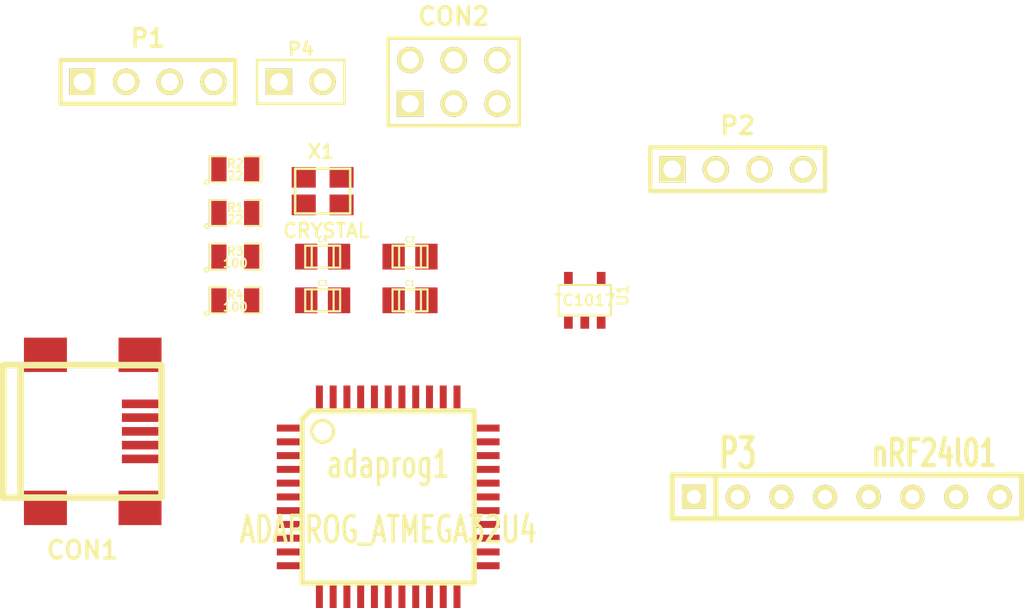
<source format=kicad_pcb>
(kicad_pcb (version 3) (host pcbnew "(2013-07-07 BZR 4022)-stable")

  (general
    (links 56)
    (no_connects 56)
    (area 0 0 0 0)
    (thickness 1.6)
    (drawings 0)
    (tracks 0)
    (zones 0)
    (modules 17)
    (nets 23)
  )

  (page A4)
  (title_block 
    (title Quad)
    (company DroneTek)
  )

  (layers
    (15 F.Cu signal)
    (0 B.Cu signal)
    (16 B.Adhes user)
    (17 F.Adhes user)
    (18 B.Paste user)
    (19 F.Paste user)
    (20 B.SilkS user)
    (21 F.SilkS user)
    (22 B.Mask user)
    (23 F.Mask user)
    (24 Dwgs.User user)
    (25 Cmts.User user)
    (26 Eco1.User user)
    (27 Eco2.User user)
    (28 Edge.Cuts user)
  )

  (setup
    (last_trace_width 0.254)
    (trace_clearance 0.254)
    (zone_clearance 0.508)
    (zone_45_only no)
    (trace_min 0.254)
    (segment_width 0.2)
    (edge_width 0.1)
    (via_size 0.889)
    (via_drill 0.635)
    (via_min_size 0.889)
    (via_min_drill 0.508)
    (uvia_size 0.508)
    (uvia_drill 0.127)
    (uvias_allowed no)
    (uvia_min_size 0.508)
    (uvia_min_drill 0.127)
    (pcb_text_width 0.3)
    (pcb_text_size 1.5 1.5)
    (mod_edge_width 0.15)
    (mod_text_size 1 1)
    (mod_text_width 0.15)
    (pad_size 1.5 1.5)
    (pad_drill 0.6)
    (pad_to_mask_clearance 0)
    (aux_axis_origin 0 0)
    (visible_elements FFFFFFBF)
    (pcbplotparams
      (layerselection 3178497)
      (usegerberextensions true)
      (excludeedgelayer true)
      (linewidth 0.150000)
      (plotframeref false)
      (viasonmask false)
      (mode 1)
      (useauxorigin false)
      (hpglpennumber 1)
      (hpglpenspeed 20)
      (hpglpendiameter 15)
      (hpglpenoverlay 2)
      (psnegative false)
      (psa4output false)
      (plotreference true)
      (plotvalue true)
      (plotothertext true)
      (plotinvisibletext false)
      (padsonsilk false)
      (subtractmaskfromsilk false)
      (outputformat 1)
      (mirror false)
      (drillshape 1)
      (scaleselection 1)
      (outputdirectory ""))
  )

  (net 0 "")
  (net 1 3V3)
  (net 2 GND)
  (net 3 N-0000026)
  (net 4 N-0000035)
  (net 5 N-0000036)
  (net 6 N-0000037)
  (net 7 N-0000038)
  (net 8 N-0000039)
  (net 9 N-0000040)
  (net 10 N-0000041)
  (net 11 N-0000042)
  (net 12 N-0000043)
  (net 13 N-0000044)
  (net 14 N-000009)
  (net 15 VCC)
  (net 16 ce)
  (net 17 csn)
  (net 18 irq)
  (net 19 miso)
  (net 20 mosi)
  (net 21 rst)
  (net 22 sck)

  (net_class Default "Dit is de standaard class."
    (clearance 0.254)
    (trace_width 0.254)
    (via_dia 0.889)
    (via_drill 0.635)
    (uvia_dia 0.508)
    (uvia_drill 0.127)
    (add_net "")
    (add_net 3V3)
    (add_net GND)
    (add_net N-0000026)
    (add_net N-0000035)
    (add_net N-0000036)
    (add_net N-0000037)
    (add_net N-0000038)
    (add_net N-0000039)
    (add_net N-0000040)
    (add_net N-0000041)
    (add_net N-0000042)
    (add_net N-0000043)
    (add_net N-0000044)
    (add_net N-000009)
    (add_net VCC)
    (add_net ce)
    (add_net csn)
    (add_net irq)
    (add_net miso)
    (add_net mosi)
    (add_net rst)
    (add_net sck)
  )

  (module USB_MINI_B (layer F.Cu) (tedit 505F99F2) (tstamp 536FFCA8)
    (at 127 111.76)
    (descr "USB Mini-B 5-pin SMD connector")
    (tags "USB, Mini-B, connector")
    (path /5341B04F)
    (fp_text reference CON1 (at 0 6.90118) (layer F.SilkS)
      (effects (font (size 1.016 1.016) (thickness 0.2032)))
    )
    (fp_text value USB-MINI-B (at 0 -7.0993) (layer F.SilkS) hide
      (effects (font (size 1.016 1.016) (thickness 0.2032)))
    )
    (fp_line (start -3.59918 -3.85064) (end -3.59918 3.85064) (layer F.SilkS) (width 0.381))
    (fp_line (start -4.59994 -3.85064) (end -4.59994 3.85064) (layer F.SilkS) (width 0.381))
    (fp_line (start -4.59994 3.85064) (end 4.59994 3.85064) (layer F.SilkS) (width 0.381))
    (fp_line (start 4.59994 3.85064) (end 4.59994 -3.85064) (layer F.SilkS) (width 0.381))
    (fp_line (start 4.59994 -3.85064) (end -4.59994 -3.85064) (layer F.SilkS) (width 0.381))
    (pad 1 smd rect (at 3.44932 -1.6002) (size 2.30124 0.50038)
      (layers F.Cu F.Paste F.Mask)
      (net 12 N-0000043)
    )
    (pad 2 smd rect (at 3.44932 -0.8001) (size 2.30124 0.50038)
      (layers F.Cu F.Paste F.Mask)
      (net 7 N-0000038)
    )
    (pad 3 smd rect (at 3.44932 0) (size 2.30124 0.50038)
      (layers F.Cu F.Paste F.Mask)
      (net 9 N-0000040)
    )
    (pad 4 smd rect (at 3.44932 0.8001) (size 2.30124 0.50038)
      (layers F.Cu F.Paste F.Mask)
    )
    (pad 5 smd rect (at 3.44932 1.6002) (size 2.30124 0.50038)
      (layers F.Cu F.Paste F.Mask)
      (net 2 GND)
    )
    (pad 6 smd rect (at 3.35026 -4.45008) (size 2.49936 1.99898)
      (layers F.Cu F.Paste F.Mask)
      (net 2 GND)
    )
    (pad 7 smd rect (at -2.14884 -4.45008) (size 2.49936 1.99898)
      (layers F.Cu F.Paste F.Mask)
      (net 2 GND)
    )
    (pad 8 smd rect (at 3.35026 4.45008) (size 2.49936 1.99898)
      (layers F.Cu F.Paste F.Mask)
      (net 2 GND)
    )
    (pad 9 smd rect (at -2.14884 4.45008) (size 2.49936 1.99898)
      (layers F.Cu F.Paste F.Mask)
      (net 2 GND)
    )
    (pad "" np_thru_hole circle (at 0.8509 -2.19964) (size 0.89916 0.89916) (drill 0.89916)
      (layers *.Cu *.Mask F.SilkS)
    )
    (pad 2 np_thru_hole circle (at 0.8509 2.19964) (size 0.89916 0.89916) (drill 0.89916)
      (layers *.Cu *.Mask F.SilkS)
      (net 7 N-0000038)
    )
  )

  (module TQFP44 (layer F.Cu) (tedit 200000) (tstamp 536FFCDE)
    (at 144.78 115.57)
    (path /5341B009)
    (attr smd)
    (fp_text reference adaprog1 (at 0 -1.905) (layer F.SilkS)
      (effects (font (size 1.524 1.016) (thickness 0.2032)))
    )
    (fp_text value ADAPROG_ATMEGA32U4 (at 0 1.905) (layer F.SilkS)
      (effects (font (size 1.524 1.016) (thickness 0.2032)))
    )
    (fp_line (start 5.0038 -5.0038) (end 5.0038 5.0038) (layer F.SilkS) (width 0.3048))
    (fp_line (start 5.0038 5.0038) (end -5.0038 5.0038) (layer F.SilkS) (width 0.3048))
    (fp_line (start -5.0038 -4.5212) (end -5.0038 5.0038) (layer F.SilkS) (width 0.3048))
    (fp_line (start -4.5212 -5.0038) (end 5.0038 -5.0038) (layer F.SilkS) (width 0.3048))
    (fp_line (start -5.0038 -4.5212) (end -4.5212 -5.0038) (layer F.SilkS) (width 0.3048))
    (fp_circle (center -3.81 -3.81) (end -3.81 -3.175) (layer F.SilkS) (width 0.2032))
    (pad 39 smd rect (at 0 -5.715) (size 0.4064 1.524)
      (layers F.Cu F.Paste F.Mask)
    )
    (pad 40 smd rect (at -0.8001 -5.715) (size 0.4064 1.524)
      (layers F.Cu F.Paste F.Mask)
    )
    (pad 41 smd rect (at -1.6002 -5.715) (size 0.4064 1.524)
      (layers F.Cu F.Paste F.Mask)
    )
    (pad 42 smd rect (at -2.4003 -5.715) (size 0.4064 1.524)
      (layers F.Cu F.Paste F.Mask)
    )
    (pad 43 smd rect (at -3.2004 -5.715) (size 0.4064 1.524)
      (layers F.Cu F.Paste F.Mask)
      (net 2 GND)
    )
    (pad 44 smd rect (at -4.0005 -5.715) (size 0.4064 1.524)
      (layers F.Cu F.Paste F.Mask)
      (net 15 VCC)
    )
    (pad 38 smd rect (at 0.8001 -5.715) (size 0.4064 1.524)
      (layers F.Cu F.Paste F.Mask)
    )
    (pad 37 smd rect (at 1.6002 -5.715) (size 0.4064 1.524)
      (layers F.Cu F.Paste F.Mask)
    )
    (pad 36 smd rect (at 2.4003 -5.715) (size 0.4064 1.524)
      (layers F.Cu F.Paste F.Mask)
    )
    (pad 35 smd rect (at 3.2004 -5.715) (size 0.4064 1.524)
      (layers F.Cu F.Paste F.Mask)
      (net 2 GND)
    )
    (pad 34 smd rect (at 4.0005 -5.715) (size 0.4064 1.524)
      (layers F.Cu F.Paste F.Mask)
      (net 15 VCC)
    )
    (pad 17 smd rect (at 0 5.715) (size 0.4064 1.524)
      (layers F.Cu F.Paste F.Mask)
      (net 10 N-0000041)
    )
    (pad 16 smd rect (at -0.8001 5.715) (size 0.4064 1.524)
      (layers F.Cu F.Paste F.Mask)
      (net 11 N-0000042)
    )
    (pad 15 smd rect (at -1.6002 5.715) (size 0.4064 1.524)
      (layers F.Cu F.Paste F.Mask)
      (net 2 GND)
    )
    (pad 14 smd rect (at -2.4003 5.715) (size 0.4064 1.524)
      (layers F.Cu F.Paste F.Mask)
      (net 15 VCC)
    )
    (pad 13 smd rect (at -3.2004 5.715) (size 0.4064 1.524)
      (layers F.Cu F.Paste F.Mask)
      (net 21 rst)
    )
    (pad 12 smd rect (at -4.0005 5.715) (size 0.4064 1.524)
      (layers F.Cu F.Paste F.Mask)
      (net 16 ce)
    )
    (pad 18 smd rect (at 0.8001 5.715) (size 0.4064 1.524)
      (layers F.Cu F.Paste F.Mask)
      (net 5 N-0000036)
    )
    (pad 19 smd rect (at 1.6002 5.715) (size 0.4064 1.524)
      (layers F.Cu F.Paste F.Mask)
      (net 6 N-0000037)
    )
    (pad 20 smd rect (at 2.4003 5.715) (size 0.4064 1.524)
      (layers F.Cu F.Paste F.Mask)
    )
    (pad 21 smd rect (at 3.2004 5.715) (size 0.4064 1.524)
      (layers F.Cu F.Paste F.Mask)
    )
    (pad 22 smd rect (at 4.0005 5.715) (size 0.4064 1.524)
      (layers F.Cu F.Paste F.Mask)
    )
    (pad 6 smd rect (at -5.715 0) (size 1.524 0.4064)
      (layers F.Cu F.Paste F.Mask)
      (net 14 N-000009)
    )
    (pad 28 smd rect (at 5.715 0) (size 1.524 0.4064)
      (layers F.Cu F.Paste F.Mask)
    )
    (pad 7 smd rect (at -5.715 0.8001) (size 1.524 0.4064)
      (layers F.Cu F.Paste F.Mask)
      (net 12 N-0000043)
    )
    (pad 27 smd rect (at 5.715 0.8001) (size 1.524 0.4064)
      (layers F.Cu F.Paste F.Mask)
    )
    (pad 26 smd rect (at 5.715 1.6002) (size 1.524 0.4064)
      (layers F.Cu F.Paste F.Mask)
    )
    (pad 8 smd rect (at -5.715 1.6002) (size 1.524 0.4064)
      (layers F.Cu F.Paste F.Mask)
      (net 17 csn)
    )
    (pad 9 smd rect (at -5.715 2.4003) (size 1.524 0.4064)
      (layers F.Cu F.Paste F.Mask)
      (net 22 sck)
    )
    (pad 25 smd rect (at 5.715 2.4003) (size 1.524 0.4064)
      (layers F.Cu F.Paste F.Mask)
      (net 18 irq)
    )
    (pad 24 smd rect (at 5.715 3.2004) (size 1.524 0.4064)
      (layers F.Cu F.Paste F.Mask)
      (net 15 VCC)
    )
    (pad 10 smd rect (at -5.715 3.2004) (size 1.524 0.4064)
      (layers F.Cu F.Paste F.Mask)
      (net 20 mosi)
    )
    (pad 11 smd rect (at -5.715 4.0005) (size 1.524 0.4064)
      (layers F.Cu F.Paste F.Mask)
      (net 19 miso)
    )
    (pad 23 smd rect (at 5.715 4.0005) (size 1.524 0.4064)
      (layers F.Cu F.Paste F.Mask)
      (net 2 GND)
    )
    (pad 29 smd rect (at 5.715 -0.8001) (size 1.524 0.4064)
      (layers F.Cu F.Paste F.Mask)
    )
    (pad 5 smd rect (at -5.715 -0.8001) (size 1.524 0.4064)
      (layers F.Cu F.Paste F.Mask)
      (net 2 GND)
    )
    (pad 4 smd rect (at -5.715 -1.6002) (size 1.524 0.4064)
      (layers F.Cu F.Paste F.Mask)
      (net 8 N-0000039)
    )
    (pad 30 smd rect (at 5.715 -1.6002) (size 1.524 0.4064)
      (layers F.Cu F.Paste F.Mask)
    )
    (pad 31 smd rect (at 5.715 -2.4003) (size 1.524 0.4064)
      (layers F.Cu F.Paste F.Mask)
    )
    (pad 3 smd rect (at -5.715 -2.4003) (size 1.524 0.4064)
      (layers F.Cu F.Paste F.Mask)
      (net 13 N-0000044)
    )
    (pad 2 smd rect (at -5.715 -3.2004) (size 1.524 0.4064)
      (layers F.Cu F.Paste F.Mask)
      (net 15 VCC)
    )
    (pad 32 smd rect (at 5.715 -3.2004) (size 1.524 0.4064)
      (layers F.Cu F.Paste F.Mask)
    )
    (pad 33 smd rect (at 5.715 -4.0005) (size 1.524 0.4064)
      (layers F.Cu F.Paste F.Mask)
    )
    (pad 1 smd rect (at -5.715 -4.0005) (size 1.524 0.4064)
      (layers F.Cu F.Paste F.Mask)
    )
  )

  (module SOT23-5 (layer F.Cu) (tedit 4ECF78EF) (tstamp 536FFCEB)
    (at 156.21 104.14)
    (path /536B9977)
    (attr smd)
    (fp_text reference U1 (at 2.19964 -0.29972 90) (layer F.SilkS)
      (effects (font (size 0.635 0.635) (thickness 0.127)))
    )
    (fp_text value TC1017 (at 0 0) (layer F.SilkS)
      (effects (font (size 0.635 0.635) (thickness 0.127)))
    )
    (fp_line (start 1.524 -0.889) (end 1.524 0.889) (layer F.SilkS) (width 0.127))
    (fp_line (start 1.524 0.889) (end -1.524 0.889) (layer F.SilkS) (width 0.127))
    (fp_line (start -1.524 0.889) (end -1.524 -0.889) (layer F.SilkS) (width 0.127))
    (fp_line (start -1.524 -0.889) (end 1.524 -0.889) (layer F.SilkS) (width 0.127))
    (pad 1 smd rect (at -0.9525 1.27) (size 0.508 0.762)
      (layers F.Cu F.Paste F.Mask)
      (net 15 VCC)
    )
    (pad 3 smd rect (at 0.9525 1.27) (size 0.508 0.762)
      (layers F.Cu F.Paste F.Mask)
      (net 15 VCC)
    )
    (pad 5 smd rect (at -0.9525 -1.27) (size 0.508 0.762)
      (layers F.Cu F.Paste F.Mask)
      (net 1 3V3)
    )
    (pad 2 smd rect (at 0 1.27) (size 0.508 0.762)
      (layers F.Cu F.Paste F.Mask)
      (net 2 GND)
    )
    (pad 4 smd rect (at 0.9525 -1.27) (size 0.508 0.762)
      (layers F.Cu F.Paste F.Mask)
    )
    (model smd/SOT23_5.wrl
      (at (xyz 0 0 0))
      (scale (xyz 0.1 0.1 0.1))
      (rotate (xyz 0 0 0))
    )
  )

  (module SM0805 (layer F.Cu) (tedit 5091495C) (tstamp 536FFCF8)
    (at 135.89 104.14)
    (path /536BB631)
    (attr smd)
    (fp_text reference R4 (at 0 -0.3175) (layer F.SilkS)
      (effects (font (size 0.50038 0.50038) (thickness 0.10922)))
    )
    (fp_text value 100 (at 0 0.381) (layer F.SilkS)
      (effects (font (size 0.50038 0.50038) (thickness 0.10922)))
    )
    (fp_circle (center -1.651 0.762) (end -1.651 0.635) (layer F.SilkS) (width 0.09906))
    (fp_line (start -0.508 0.762) (end -1.524 0.762) (layer F.SilkS) (width 0.09906))
    (fp_line (start -1.524 0.762) (end -1.524 -0.762) (layer F.SilkS) (width 0.09906))
    (fp_line (start -1.524 -0.762) (end -0.508 -0.762) (layer F.SilkS) (width 0.09906))
    (fp_line (start 0.508 -0.762) (end 1.524 -0.762) (layer F.SilkS) (width 0.09906))
    (fp_line (start 1.524 -0.762) (end 1.524 0.762) (layer F.SilkS) (width 0.09906))
    (fp_line (start 1.524 0.762) (end 0.508 0.762) (layer F.SilkS) (width 0.09906))
    (pad 1 smd rect (at -0.9525 0) (size 0.889 1.397)
      (layers F.Cu F.Paste F.Mask)
      (net 5 N-0000036)
    )
    (pad 2 smd rect (at 0.9525 0) (size 0.889 1.397)
      (layers F.Cu F.Paste F.Mask)
      (net 3 N-0000026)
    )
    (model smd/chip_cms.wrl
      (at (xyz 0 0 0))
      (scale (xyz 0.1 0.1 0.1))
      (rotate (xyz 0 0 0))
    )
  )

  (module SM0805 (layer F.Cu) (tedit 5091495C) (tstamp 536FFD05)
    (at 135.89 101.6)
    (path /536BB622)
    (attr smd)
    (fp_text reference R3 (at 0 -0.3175) (layer F.SilkS)
      (effects (font (size 0.50038 0.50038) (thickness 0.10922)))
    )
    (fp_text value 100 (at 0 0.381) (layer F.SilkS)
      (effects (font (size 0.50038 0.50038) (thickness 0.10922)))
    )
    (fp_circle (center -1.651 0.762) (end -1.651 0.635) (layer F.SilkS) (width 0.09906))
    (fp_line (start -0.508 0.762) (end -1.524 0.762) (layer F.SilkS) (width 0.09906))
    (fp_line (start -1.524 0.762) (end -1.524 -0.762) (layer F.SilkS) (width 0.09906))
    (fp_line (start -1.524 -0.762) (end -0.508 -0.762) (layer F.SilkS) (width 0.09906))
    (fp_line (start 0.508 -0.762) (end 1.524 -0.762) (layer F.SilkS) (width 0.09906))
    (fp_line (start 1.524 -0.762) (end 1.524 0.762) (layer F.SilkS) (width 0.09906))
    (fp_line (start 1.524 0.762) (end 0.508 0.762) (layer F.SilkS) (width 0.09906))
    (pad 1 smd rect (at -0.9525 0) (size 0.889 1.397)
      (layers F.Cu F.Paste F.Mask)
      (net 6 N-0000037)
    )
    (pad 2 smd rect (at 0.9525 0) (size 0.889 1.397)
      (layers F.Cu F.Paste F.Mask)
      (net 4 N-0000035)
    )
    (model smd/chip_cms.wrl
      (at (xyz 0 0 0))
      (scale (xyz 0.1 0.1 0.1))
      (rotate (xyz 0 0 0))
    )
  )

  (module SM0805 (layer F.Cu) (tedit 5091495C) (tstamp 536FFD12)
    (at 135.89 99.06)
    (path /536A8832)
    (attr smd)
    (fp_text reference R1 (at 0 -0.3175) (layer F.SilkS)
      (effects (font (size 0.50038 0.50038) (thickness 0.10922)))
    )
    (fp_text value 22 (at 0 0.381) (layer F.SilkS)
      (effects (font (size 0.50038 0.50038) (thickness 0.10922)))
    )
    (fp_circle (center -1.651 0.762) (end -1.651 0.635) (layer F.SilkS) (width 0.09906))
    (fp_line (start -0.508 0.762) (end -1.524 0.762) (layer F.SilkS) (width 0.09906))
    (fp_line (start -1.524 0.762) (end -1.524 -0.762) (layer F.SilkS) (width 0.09906))
    (fp_line (start -1.524 -0.762) (end -0.508 -0.762) (layer F.SilkS) (width 0.09906))
    (fp_line (start 0.508 -0.762) (end 1.524 -0.762) (layer F.SilkS) (width 0.09906))
    (fp_line (start 1.524 -0.762) (end 1.524 0.762) (layer F.SilkS) (width 0.09906))
    (fp_line (start 1.524 0.762) (end 0.508 0.762) (layer F.SilkS) (width 0.09906))
    (pad 1 smd rect (at -0.9525 0) (size 0.889 1.397)
      (layers F.Cu F.Paste F.Mask)
      (net 7 N-0000038)
    )
    (pad 2 smd rect (at 0.9525 0) (size 0.889 1.397)
      (layers F.Cu F.Paste F.Mask)
      (net 13 N-0000044)
    )
    (model smd/chip_cms.wrl
      (at (xyz 0 0 0))
      (scale (xyz 0.1 0.1 0.1))
      (rotate (xyz 0 0 0))
    )
  )

  (module SM0805 (layer F.Cu) (tedit 5091495C) (tstamp 536FFD1F)
    (at 135.89 96.52)
    (path /536A8841)
    (attr smd)
    (fp_text reference R2 (at 0 -0.3175) (layer F.SilkS)
      (effects (font (size 0.50038 0.50038) (thickness 0.10922)))
    )
    (fp_text value 22 (at 0 0.381) (layer F.SilkS)
      (effects (font (size 0.50038 0.50038) (thickness 0.10922)))
    )
    (fp_circle (center -1.651 0.762) (end -1.651 0.635) (layer F.SilkS) (width 0.09906))
    (fp_line (start -0.508 0.762) (end -1.524 0.762) (layer F.SilkS) (width 0.09906))
    (fp_line (start -1.524 0.762) (end -1.524 -0.762) (layer F.SilkS) (width 0.09906))
    (fp_line (start -1.524 -0.762) (end -0.508 -0.762) (layer F.SilkS) (width 0.09906))
    (fp_line (start 0.508 -0.762) (end 1.524 -0.762) (layer F.SilkS) (width 0.09906))
    (fp_line (start 1.524 -0.762) (end 1.524 0.762) (layer F.SilkS) (width 0.09906))
    (fp_line (start 1.524 0.762) (end 0.508 0.762) (layer F.SilkS) (width 0.09906))
    (pad 1 smd rect (at -0.9525 0) (size 0.889 1.397)
      (layers F.Cu F.Paste F.Mask)
      (net 9 N-0000040)
    )
    (pad 2 smd rect (at 0.9525 0) (size 0.889 1.397)
      (layers F.Cu F.Paste F.Mask)
      (net 8 N-0000039)
    )
    (model smd/chip_cms.wrl
      (at (xyz 0 0 0))
      (scale (xyz 0.1 0.1 0.1))
      (rotate (xyz 0 0 0))
    )
  )

  (module SIL-8 (layer F.Cu) (tedit 200000) (tstamp 536FFD30)
    (at 171.45 115.57)
    (descr "Connecteur 8 pins")
    (tags "CONN DEV")
    (path /536BAD3A)
    (fp_text reference P3 (at -6.35 -2.54) (layer F.SilkS)
      (effects (font (size 1.72974 1.08712) (thickness 0.3048)))
    )
    (fp_text value nRF24l01 (at 5.08 -2.54) (layer F.SilkS)
      (effects (font (size 1.524 1.016) (thickness 0.3048)))
    )
    (fp_line (start -10.16 -1.27) (end 10.16 -1.27) (layer F.SilkS) (width 0.3048))
    (fp_line (start 10.16 -1.27) (end 10.16 1.27) (layer F.SilkS) (width 0.3048))
    (fp_line (start 10.16 1.27) (end -10.16 1.27) (layer F.SilkS) (width 0.3048))
    (fp_line (start -10.16 1.27) (end -10.16 -1.27) (layer F.SilkS) (width 0.3048))
    (fp_line (start -7.62 1.27) (end -7.62 -1.27) (layer F.SilkS) (width 0.3048))
    (pad 1 thru_hole rect (at -8.89 0) (size 1.397 1.397) (drill 0.8128)
      (layers *.Cu *.Mask F.SilkS)
      (net 1 3V3)
    )
    (pad 2 thru_hole circle (at -6.35 0) (size 1.397 1.397) (drill 0.8128)
      (layers *.Cu *.Mask F.SilkS)
      (net 16 ce)
    )
    (pad 3 thru_hole circle (at -3.81 0) (size 1.397 1.397) (drill 0.8128)
      (layers *.Cu *.Mask F.SilkS)
      (net 17 csn)
    )
    (pad 4 thru_hole circle (at -1.27 0) (size 1.397 1.397) (drill 0.8128)
      (layers *.Cu *.Mask F.SilkS)
      (net 22 sck)
    )
    (pad 5 thru_hole circle (at 1.27 0) (size 1.397 1.397) (drill 0.8128)
      (layers *.Cu *.Mask F.SilkS)
      (net 20 mosi)
    )
    (pad 6 thru_hole circle (at 3.81 0) (size 1.397 1.397) (drill 0.8128)
      (layers *.Cu *.Mask F.SilkS)
      (net 19 miso)
    )
    (pad 7 thru_hole circle (at 6.35 0) (size 1.397 1.397) (drill 0.8128)
      (layers *.Cu *.Mask F.SilkS)
      (net 18 irq)
    )
    (pad 8 thru_hole circle (at 8.89 0) (size 1.397 1.397) (drill 0.8128)
      (layers *.Cu *.Mask F.SilkS)
      (net 2 GND)
    )
  )

  (module PIN_ARRAY_4x1 (layer F.Cu) (tedit 4C10F42E) (tstamp 536FFD3C)
    (at 165.1 96.52)
    (descr "Double rangee de contacts 2 x 5 pins")
    (tags CONN)
    (path /536BAB39)
    (fp_text reference P2 (at 0 -2.54) (layer F.SilkS)
      (effects (font (size 1.016 1.016) (thickness 0.2032)))
    )
    (fp_text value MPU6050 (at 0 2.54) (layer F.SilkS) hide
      (effects (font (size 1.016 1.016) (thickness 0.2032)))
    )
    (fp_line (start 5.08 1.27) (end -5.08 1.27) (layer F.SilkS) (width 0.254))
    (fp_line (start 5.08 -1.27) (end -5.08 -1.27) (layer F.SilkS) (width 0.254))
    (fp_line (start -5.08 -1.27) (end -5.08 1.27) (layer F.SilkS) (width 0.254))
    (fp_line (start 5.08 1.27) (end 5.08 -1.27) (layer F.SilkS) (width 0.254))
    (pad 1 thru_hole rect (at -3.81 0) (size 1.524 1.524) (drill 1.016)
      (layers *.Cu *.Mask F.SilkS)
      (net 1 3V3)
    )
    (pad 2 thru_hole circle (at -1.27 0) (size 1.524 1.524) (drill 1.016)
      (layers *.Cu *.Mask F.SilkS)
    )
    (pad 3 thru_hole circle (at 1.27 0) (size 1.524 1.524) (drill 1.016)
      (layers *.Cu *.Mask F.SilkS)
    )
    (pad 4 thru_hole circle (at 3.81 0) (size 1.524 1.524) (drill 1.016)
      (layers *.Cu *.Mask F.SilkS)
      (net 2 GND)
    )
    (model pin_array\pins_array_4x1.wrl
      (at (xyz 0 0 0))
      (scale (xyz 1 1 1))
      (rotate (xyz 0 0 0))
    )
  )

  (module PIN_ARRAY_4x1 (layer F.Cu) (tedit 4C10F42E) (tstamp 536FFD48)
    (at 130.81 91.44)
    (descr "Double rangee de contacts 2 x 5 pins")
    (tags CONN)
    (path /536BA63C)
    (fp_text reference P1 (at 0 -2.54) (layer F.SilkS)
      (effects (font (size 1.016 1.016) (thickness 0.2032)))
    )
    (fp_text value MPU6050 (at 0 2.54) (layer F.SilkS) hide
      (effects (font (size 1.016 1.016) (thickness 0.2032)))
    )
    (fp_line (start 5.08 1.27) (end -5.08 1.27) (layer F.SilkS) (width 0.254))
    (fp_line (start 5.08 -1.27) (end -5.08 -1.27) (layer F.SilkS) (width 0.254))
    (fp_line (start -5.08 -1.27) (end -5.08 1.27) (layer F.SilkS) (width 0.254))
    (fp_line (start 5.08 1.27) (end 5.08 -1.27) (layer F.SilkS) (width 0.254))
    (pad 1 thru_hole rect (at -3.81 0) (size 1.524 1.524) (drill 1.016)
      (layers *.Cu *.Mask F.SilkS)
      (net 1 3V3)
    )
    (pad 2 thru_hole circle (at -1.27 0) (size 1.524 1.524) (drill 1.016)
      (layers *.Cu *.Mask F.SilkS)
      (net 3 N-0000026)
    )
    (pad 3 thru_hole circle (at 1.27 0) (size 1.524 1.524) (drill 1.016)
      (layers *.Cu *.Mask F.SilkS)
      (net 4 N-0000035)
    )
    (pad 4 thru_hole circle (at 3.81 0) (size 1.524 1.524) (drill 1.016)
      (layers *.Cu *.Mask F.SilkS)
      (net 2 GND)
    )
    (model pin_array\pins_array_4x1.wrl
      (at (xyz 0 0 0))
      (scale (xyz 1 1 1))
      (rotate (xyz 0 0 0))
    )
  )

  (module pin_array_3x2 (layer F.Cu) (tedit 42931587) (tstamp 536FFD56)
    (at 148.59 91.44)
    (descr "Double rangee de contacts 2 x 4 pins")
    (tags CONN)
    (path /536A8DD1)
    (fp_text reference CON2 (at 0 -3.81) (layer F.SilkS)
      (effects (font (size 1.016 1.016) (thickness 0.2032)))
    )
    (fp_text value AVR-ISP-6 (at 0 3.81) (layer F.SilkS) hide
      (effects (font (size 1.016 1.016) (thickness 0.2032)))
    )
    (fp_line (start 3.81 2.54) (end -3.81 2.54) (layer F.SilkS) (width 0.2032))
    (fp_line (start -3.81 -2.54) (end 3.81 -2.54) (layer F.SilkS) (width 0.2032))
    (fp_line (start 3.81 -2.54) (end 3.81 2.54) (layer F.SilkS) (width 0.2032))
    (fp_line (start -3.81 2.54) (end -3.81 -2.54) (layer F.SilkS) (width 0.2032))
    (pad 1 thru_hole rect (at -2.54 1.27) (size 1.524 1.524) (drill 1.016)
      (layers *.Cu *.Mask F.SilkS)
      (net 19 miso)
    )
    (pad 2 thru_hole circle (at -2.54 -1.27) (size 1.524 1.524) (drill 1.016)
      (layers *.Cu *.Mask F.SilkS)
      (net 15 VCC)
    )
    (pad 3 thru_hole circle (at 0 1.27) (size 1.524 1.524) (drill 1.016)
      (layers *.Cu *.Mask F.SilkS)
      (net 22 sck)
    )
    (pad 4 thru_hole circle (at 0 -1.27) (size 1.524 1.524) (drill 1.016)
      (layers *.Cu *.Mask F.SilkS)
      (net 20 mosi)
    )
    (pad 5 thru_hole circle (at 2.54 1.27) (size 1.524 1.524) (drill 1.016)
      (layers *.Cu *.Mask F.SilkS)
      (net 21 rst)
    )
    (pad 6 thru_hole circle (at 2.54 -1.27) (size 1.524 1.524) (drill 1.016)
      (layers *.Cu *.Mask F.SilkS)
      (net 2 GND)
    )
    (model pin_array/pins_array_3x2.wrl
      (at (xyz 0 0 0))
      (scale (xyz 1 1 1))
      (rotate (xyz 0 0 0))
    )
  )

  (module PIN_ARRAY_2X1 (layer F.Cu) (tedit 4565C520) (tstamp 536FFD60)
    (at 139.7 91.44)
    (descr "Connecteurs 2 pins")
    (tags "CONN DEV")
    (path /536BBB5D)
    (fp_text reference P4 (at 0 -1.905) (layer F.SilkS)
      (effects (font (size 0.762 0.762) (thickness 0.1524)))
    )
    (fp_text value CONN_2 (at 0 -1.905) (layer F.SilkS) hide
      (effects (font (size 0.762 0.762) (thickness 0.1524)))
    )
    (fp_line (start -2.54 1.27) (end -2.54 -1.27) (layer F.SilkS) (width 0.1524))
    (fp_line (start -2.54 -1.27) (end 2.54 -1.27) (layer F.SilkS) (width 0.1524))
    (fp_line (start 2.54 -1.27) (end 2.54 1.27) (layer F.SilkS) (width 0.1524))
    (fp_line (start 2.54 1.27) (end -2.54 1.27) (layer F.SilkS) (width 0.1524))
    (pad 1 thru_hole rect (at -1.27 0) (size 1.524 1.524) (drill 1.016)
      (layers *.Cu *.Mask F.SilkS)
      (net 15 VCC)
    )
    (pad 2 thru_hole circle (at 1.27 0) (size 1.524 1.524) (drill 1.016)
      (layers *.Cu *.Mask F.SilkS)
      (net 2 GND)
    )
    (model pin_array/pins_array_2x1.wrl
      (at (xyz 0 0 0))
      (scale (xyz 1 1 1))
      (rotate (xyz 0 0 0))
    )
  )

  (module crystal_FA238-TSX3225 (layer F.Cu) (tedit 514AEB06) (tstamp 536FFD6C)
    (at 140.97 97.79)
    (descr "crystal Epson Toyocom FA-238 and TSX-3225 series")
    (path /536A8438)
    (fp_text reference X1 (at -0.1 -2.3) (layer F.SilkS)
      (effects (font (size 0.8 0.8) (thickness 0.15)))
    )
    (fp_text value CRYSTAL (at 0.2 2.3) (layer F.SilkS)
      (effects (font (size 0.8 0.8) (thickness 0.15)))
    )
    (fp_line (start -1.6 -1.3) (end 1.6 -1.3) (layer F.SilkS) (width 0.15))
    (fp_line (start 1.6 -1.3) (end 1.6 1.3) (layer F.SilkS) (width 0.15))
    (fp_line (start 1.6 1.3) (end -1.6 1.3) (layer F.SilkS) (width 0.15))
    (fp_line (start -1.6 1.3) (end -1.6 -1.3) (layer F.SilkS) (width 0.15))
    (pad 1 smd rect (at -1.1 0.8) (size 1.4 1.2)
      (layers F.Cu F.Paste F.Mask)
      (net 11 N-0000042)
    )
    (pad 3 smd rect (at 1.1 0.8) (size 1.4 1.2)
      (layers F.Cu F.Paste F.Mask)
    )
    (pad 3 smd rect (at -1.1 -0.8) (size 1.4 1.2)
      (layers F.Cu F.Paste F.Mask)
    )
    (pad 2 smd rect (at 1.1 -0.8) (size 1.4 1.2)
      (layers F.Cu F.Paste F.Mask)
      (net 10 N-0000041)
    )
    (model smd/smd_crystal&oscillator/crystal_4pins_smd.wrl
      (at (xyz 0 0 0))
      (scale (xyz 0.24 0.24 0.24))
      (rotate (xyz 0 0 0))
    )
  )

  (module c_0805 (layer F.Cu) (tedit 49047394) (tstamp 536FFD78)
    (at 140.97 101.6)
    (descr "SMT capacitor, 0805")
    (path /536A8A56)
    (fp_text reference C4 (at 0 -0.9906) (layer F.SilkS)
      (effects (font (size 0.29972 0.29972) (thickness 0.06096)))
    )
    (fp_text value 1uF (at 0 0.9906) (layer F.SilkS) hide
      (effects (font (size 0.29972 0.29972) (thickness 0.06096)))
    )
    (fp_line (start 0.635 -0.635) (end 0.635 0.635) (layer F.SilkS) (width 0.127))
    (fp_line (start -0.635 -0.635) (end -0.635 0.6096) (layer F.SilkS) (width 0.127))
    (fp_line (start -1.016 -0.635) (end 1.016 -0.635) (layer F.SilkS) (width 0.127))
    (fp_line (start 1.016 -0.635) (end 1.016 0.635) (layer F.SilkS) (width 0.127))
    (fp_line (start 1.016 0.635) (end -1.016 0.635) (layer F.SilkS) (width 0.127))
    (fp_line (start -1.016 0.635) (end -1.016 -0.635) (layer F.SilkS) (width 0.127))
    (pad 1 smd rect (at 0.9525 0) (size 1.30048 1.4986)
      (layers F.Cu F.Paste F.Mask)
      (net 2 GND)
    )
    (pad 2 smd rect (at -0.9525 0) (size 1.30048 1.4986)
      (layers F.Cu F.Paste F.Mask)
      (net 14 N-000009)
    )
    (model smd/capacitors/c_0805.wrl
      (at (xyz 0 0 0))
      (scale (xyz 1 1 1))
      (rotate (xyz 0 0 0))
    )
  )

  (module c_0805 (layer F.Cu) (tedit 49047394) (tstamp 536FFD84)
    (at 140.97 104.14)
    (descr "SMT capacitor, 0805")
    (path /536A845E)
    (fp_text reference C3 (at 0 -0.9906) (layer F.SilkS)
      (effects (font (size 0.29972 0.29972) (thickness 0.06096)))
    )
    (fp_text value 22pF (at 0 0.9906) (layer F.SilkS) hide
      (effects (font (size 0.29972 0.29972) (thickness 0.06096)))
    )
    (fp_line (start 0.635 -0.635) (end 0.635 0.635) (layer F.SilkS) (width 0.127))
    (fp_line (start -0.635 -0.635) (end -0.635 0.6096) (layer F.SilkS) (width 0.127))
    (fp_line (start -1.016 -0.635) (end 1.016 -0.635) (layer F.SilkS) (width 0.127))
    (fp_line (start 1.016 -0.635) (end 1.016 0.635) (layer F.SilkS) (width 0.127))
    (fp_line (start 1.016 0.635) (end -1.016 0.635) (layer F.SilkS) (width 0.127))
    (fp_line (start -1.016 0.635) (end -1.016 -0.635) (layer F.SilkS) (width 0.127))
    (pad 1 smd rect (at 0.9525 0) (size 1.30048 1.4986)
      (layers F.Cu F.Paste F.Mask)
      (net 2 GND)
    )
    (pad 2 smd rect (at -0.9525 0) (size 1.30048 1.4986)
      (layers F.Cu F.Paste F.Mask)
      (net 11 N-0000042)
    )
    (model smd/capacitors/c_0805.wrl
      (at (xyz 0 0 0))
      (scale (xyz 1 1 1))
      (rotate (xyz 0 0 0))
    )
  )

  (module c_0805 (layer F.Cu) (tedit 49047394) (tstamp 536FFD90)
    (at 146.05 104.14)
    (descr "SMT capacitor, 0805")
    (path /536BB363)
    (fp_text reference C1 (at 0 -0.9906) (layer F.SilkS)
      (effects (font (size 0.29972 0.29972) (thickness 0.06096)))
    )
    (fp_text value 1uF (at 0 0.9906) (layer F.SilkS) hide
      (effects (font (size 0.29972 0.29972) (thickness 0.06096)))
    )
    (fp_line (start 0.635 -0.635) (end 0.635 0.635) (layer F.SilkS) (width 0.127))
    (fp_line (start -0.635 -0.635) (end -0.635 0.6096) (layer F.SilkS) (width 0.127))
    (fp_line (start -1.016 -0.635) (end 1.016 -0.635) (layer F.SilkS) (width 0.127))
    (fp_line (start 1.016 -0.635) (end 1.016 0.635) (layer F.SilkS) (width 0.127))
    (fp_line (start 1.016 0.635) (end -1.016 0.635) (layer F.SilkS) (width 0.127))
    (fp_line (start -1.016 0.635) (end -1.016 -0.635) (layer F.SilkS) (width 0.127))
    (pad 1 smd rect (at 0.9525 0) (size 1.30048 1.4986)
      (layers F.Cu F.Paste F.Mask)
      (net 1 3V3)
    )
    (pad 2 smd rect (at -0.9525 0) (size 1.30048 1.4986)
      (layers F.Cu F.Paste F.Mask)
      (net 2 GND)
    )
    (model smd/capacitors/c_0805.wrl
      (at (xyz 0 0 0))
      (scale (xyz 1 1 1))
      (rotate (xyz 0 0 0))
    )
  )

  (module c_0805 (layer F.Cu) (tedit 49047394) (tstamp 536FFD9C)
    (at 146.05 101.6)
    (descr "SMT capacitor, 0805")
    (path /536A844F)
    (fp_text reference C2 (at 0 -0.9906) (layer F.SilkS)
      (effects (font (size 0.29972 0.29972) (thickness 0.06096)))
    )
    (fp_text value 22pF (at 0 0.9906) (layer F.SilkS) hide
      (effects (font (size 0.29972 0.29972) (thickness 0.06096)))
    )
    (fp_line (start 0.635 -0.635) (end 0.635 0.635) (layer F.SilkS) (width 0.127))
    (fp_line (start -0.635 -0.635) (end -0.635 0.6096) (layer F.SilkS) (width 0.127))
    (fp_line (start -1.016 -0.635) (end 1.016 -0.635) (layer F.SilkS) (width 0.127))
    (fp_line (start 1.016 -0.635) (end 1.016 0.635) (layer F.SilkS) (width 0.127))
    (fp_line (start 1.016 0.635) (end -1.016 0.635) (layer F.SilkS) (width 0.127))
    (fp_line (start -1.016 0.635) (end -1.016 -0.635) (layer F.SilkS) (width 0.127))
    (pad 1 smd rect (at 0.9525 0) (size 1.30048 1.4986)
      (layers F.Cu F.Paste F.Mask)
      (net 2 GND)
    )
    (pad 2 smd rect (at -0.9525 0) (size 1.30048 1.4986)
      (layers F.Cu F.Paste F.Mask)
      (net 10 N-0000041)
    )
    (model smd/capacitors/c_0805.wrl
      (at (xyz 0 0 0))
      (scale (xyz 1 1 1))
      (rotate (xyz 0 0 0))
    )
  )

)

</source>
